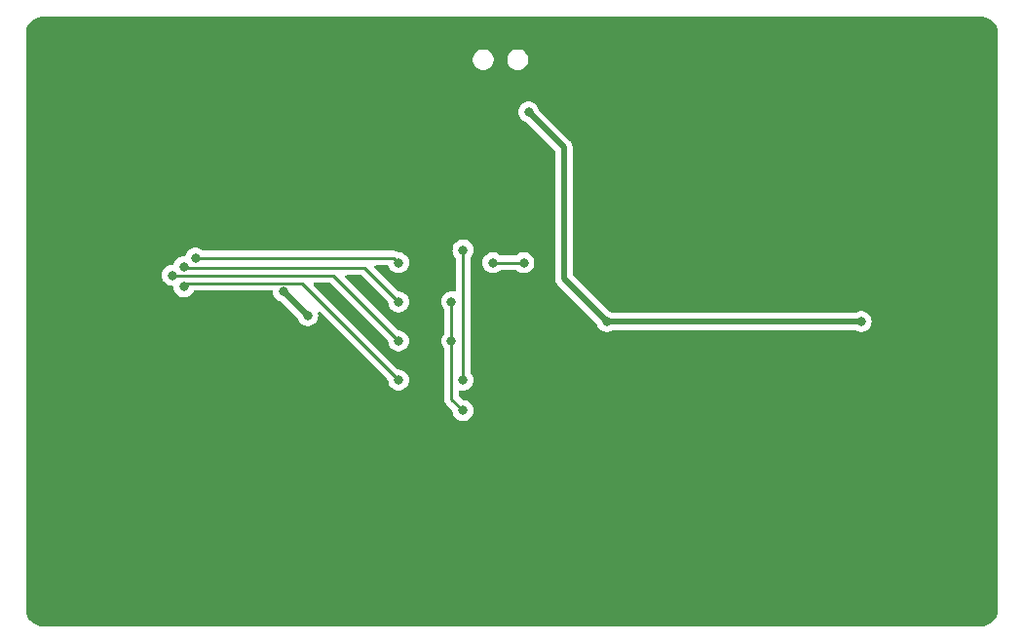
<source format=gbr>
%TF.GenerationSoftware,KiCad,Pcbnew,(6.0.11-0)*%
%TF.CreationDate,2024-05-30T12:09:28+08:00*%
%TF.ProjectId,tinyAVR-business-card,74696e79-4156-4522-9d62-7573696e6573,rev?*%
%TF.SameCoordinates,Original*%
%TF.FileFunction,Copper,L2,Bot*%
%TF.FilePolarity,Positive*%
%FSLAX46Y46*%
G04 Gerber Fmt 4.6, Leading zero omitted, Abs format (unit mm)*
G04 Created by KiCad (PCBNEW (6.0.11-0)) date 2024-05-30 12:09:28*
%MOMM*%
%LPD*%
G01*
G04 APERTURE LIST*
%TA.AperFunction,ViaPad*%
%ADD10C,0.800000*%
%TD*%
%TA.AperFunction,Conductor*%
%ADD11C,0.500000*%
%TD*%
%TA.AperFunction,Conductor*%
%ADD12C,0.250000*%
%TD*%
G04 APERTURE END LIST*
D10*
%TO.N,GND*%
X129000000Y-62000000D03*
X88000000Y-112000000D03*
X160000000Y-62000000D03*
X119000000Y-62000000D03*
X88000000Y-62000000D03*
X129000000Y-102000000D03*
X106300000Y-87000000D03*
X144000000Y-91000000D03*
X160000000Y-112000000D03*
X118000000Y-112000000D03*
X88000000Y-72000000D03*
X88000000Y-82000000D03*
X170000000Y-92000000D03*
X169000000Y-112000000D03*
X170000000Y-62000000D03*
X170000000Y-72000000D03*
X88000000Y-92000000D03*
X109000000Y-62000000D03*
X113200000Y-89200000D03*
X140000000Y-62000000D03*
X106250000Y-92000000D03*
X129000000Y-112000000D03*
X144000000Y-83000000D03*
X170000000Y-102000000D03*
X99000000Y-112000000D03*
X140000000Y-112000000D03*
X150000000Y-112000000D03*
X88000000Y-102000000D03*
X152000000Y-83000000D03*
X150000000Y-62000000D03*
X99000000Y-62000000D03*
X152000000Y-91000000D03*
X121500000Y-80000000D03*
X170000000Y-82000000D03*
X109000000Y-112000000D03*
%TO.N,VCC*%
X111000000Y-86500000D03*
X108900000Y-84400000D03*
%TO.N,Net-(D1-Pad1)*%
X123500000Y-88700000D03*
X124500000Y-94750000D03*
X123500000Y-85300000D03*
%TO.N,Net-(D1-Pad2)*%
X124500000Y-80800000D03*
X124500000Y-92100000D03*
%TO.N,PB7*%
X118900000Y-81900000D03*
X101250000Y-81500000D03*
%TO.N,PB6*%
X118900000Y-85300000D03*
X100250000Y-82250000D03*
%TO.N,PB5*%
X99250000Y-83000000D03*
X118900000Y-88700000D03*
%TO.N,PB4*%
X118900000Y-92100000D03*
X100250000Y-84000000D03*
%TO.N,Net-(BT1-PadP1)*%
X159100000Y-87000000D03*
X130200000Y-68800000D03*
X137000000Y-87000000D03*
%TO.N,Net-(D10-Pad2)*%
X127100000Y-81900000D03*
X129787500Y-81900000D03*
%TD*%
D11*
%TO.N,VCC*%
X111000000Y-86500000D02*
X108900000Y-84400000D01*
D12*
%TO.N,Net-(D1-Pad1)*%
X123500000Y-93750000D02*
X124500000Y-94750000D01*
X123500000Y-88700000D02*
X123500000Y-93750000D01*
X123500000Y-85300000D02*
X123500000Y-88700000D01*
%TO.N,Net-(D1-Pad2)*%
X124500000Y-80800000D02*
X124500000Y-92100000D01*
%TO.N,PB7*%
X118500000Y-81500000D02*
X118900000Y-81900000D01*
X101250000Y-81500000D02*
X118500000Y-81500000D01*
%TO.N,PB6*%
X115950000Y-82350000D02*
X100350000Y-82350000D01*
X100350000Y-82350000D02*
X100250000Y-82250000D01*
X118900000Y-85300000D02*
X115950000Y-82350000D01*
%TO.N,PB5*%
X113200000Y-83000000D02*
X99250000Y-83000000D01*
X118900000Y-88700000D02*
X113200000Y-83000000D01*
%TO.N,PB4*%
X100575000Y-83675000D02*
X100250000Y-84000000D01*
X110475000Y-83675000D02*
X100575000Y-83675000D01*
X118900000Y-92100000D02*
X110475000Y-83675000D01*
D11*
%TO.N,Net-(BT1-PadP1)*%
X137000000Y-87000000D02*
X133250000Y-83250000D01*
X130200000Y-68800000D02*
X133250000Y-71850000D01*
X137000000Y-87000000D02*
X159100000Y-87000000D01*
X133250000Y-83250000D02*
X133250000Y-71850000D01*
D12*
%TO.N,Net-(D10-Pad2)*%
X129787500Y-81900000D02*
X127100000Y-81900000D01*
%TD*%
%TA.AperFunction,Conductor*%
%TO.N,GND*%
G36*
X169470018Y-60510000D02*
G01*
X169484851Y-60512310D01*
X169484855Y-60512310D01*
X169493724Y-60513691D01*
X169508981Y-60511696D01*
X169534302Y-60510953D01*
X169703285Y-60523039D01*
X169721064Y-60525596D01*
X169911392Y-60566999D01*
X169928641Y-60572063D01*
X170111150Y-60640136D01*
X170127502Y-60647604D01*
X170298458Y-60740952D01*
X170313582Y-60750672D01*
X170469514Y-60867402D01*
X170483100Y-60879175D01*
X170620825Y-61016900D01*
X170632598Y-61030486D01*
X170749328Y-61186418D01*
X170759048Y-61201542D01*
X170852396Y-61372498D01*
X170859864Y-61388850D01*
X170927937Y-61571359D01*
X170933001Y-61588607D01*
X170974404Y-61778936D01*
X170976962Y-61796721D01*
X170988540Y-61958601D01*
X170987793Y-61976565D01*
X170987692Y-61984845D01*
X170986309Y-61993724D01*
X170987474Y-62002630D01*
X170990436Y-62025283D01*
X170991500Y-62041621D01*
X170991500Y-111950633D01*
X170990000Y-111970018D01*
X170987690Y-111984851D01*
X170987690Y-111984855D01*
X170986309Y-111993724D01*
X170988136Y-112007693D01*
X170988304Y-112008976D01*
X170989047Y-112034305D01*
X170976962Y-112203279D01*
X170974404Y-112221064D01*
X170956598Y-112302919D01*
X170933001Y-112411392D01*
X170927937Y-112428641D01*
X170859864Y-112611150D01*
X170852396Y-112627502D01*
X170759048Y-112798458D01*
X170749328Y-112813582D01*
X170632598Y-112969514D01*
X170620825Y-112983100D01*
X170483100Y-113120825D01*
X170469514Y-113132598D01*
X170313582Y-113249328D01*
X170298458Y-113259048D01*
X170127502Y-113352396D01*
X170111150Y-113359864D01*
X169928641Y-113427937D01*
X169911393Y-113433001D01*
X169721064Y-113474404D01*
X169703285Y-113476961D01*
X169541395Y-113488540D01*
X169523435Y-113487793D01*
X169515155Y-113487692D01*
X169506276Y-113486309D01*
X169474714Y-113490436D01*
X169458379Y-113491500D01*
X88049367Y-113491500D01*
X88029982Y-113490000D01*
X88015149Y-113487690D01*
X88015145Y-113487690D01*
X88006276Y-113486309D01*
X87991019Y-113488304D01*
X87965698Y-113489047D01*
X87796715Y-113476961D01*
X87778936Y-113474404D01*
X87588607Y-113433001D01*
X87571359Y-113427937D01*
X87388850Y-113359864D01*
X87372498Y-113352396D01*
X87201542Y-113259048D01*
X87186418Y-113249328D01*
X87030486Y-113132598D01*
X87016900Y-113120825D01*
X86879175Y-112983100D01*
X86867402Y-112969514D01*
X86750672Y-112813582D01*
X86740952Y-112798458D01*
X86647604Y-112627502D01*
X86640136Y-112611150D01*
X86572063Y-112428641D01*
X86566999Y-112411392D01*
X86543402Y-112302919D01*
X86525596Y-112221064D01*
X86523038Y-112203278D01*
X86511719Y-112045012D01*
X86512805Y-112022245D01*
X86512334Y-112022203D01*
X86512770Y-112017345D01*
X86513576Y-112012552D01*
X86513729Y-112000000D01*
X86509773Y-111972376D01*
X86508500Y-111954514D01*
X86508500Y-83000000D01*
X98336496Y-83000000D01*
X98356458Y-83189928D01*
X98415473Y-83371556D01*
X98418776Y-83377278D01*
X98418777Y-83377279D01*
X98439040Y-83412376D01*
X98510960Y-83536944D01*
X98515378Y-83541851D01*
X98515379Y-83541852D01*
X98615909Y-83653502D01*
X98638747Y-83678866D01*
X98793248Y-83791118D01*
X98799276Y-83793802D01*
X98799278Y-83793803D01*
X98922344Y-83848595D01*
X98967712Y-83868794D01*
X99061113Y-83888647D01*
X99148056Y-83907128D01*
X99148061Y-83907128D01*
X99154513Y-83908500D01*
X99213428Y-83908500D01*
X99281549Y-83928502D01*
X99328042Y-83982158D01*
X99338738Y-84021329D01*
X99356458Y-84189928D01*
X99415473Y-84371556D01*
X99510960Y-84536944D01*
X99515378Y-84541851D01*
X99515379Y-84541852D01*
X99558667Y-84589928D01*
X99638747Y-84678866D01*
X99793248Y-84791118D01*
X99799276Y-84793802D01*
X99799278Y-84793803D01*
X99961681Y-84866109D01*
X99967712Y-84868794D01*
X100061112Y-84888647D01*
X100148056Y-84907128D01*
X100148061Y-84907128D01*
X100154513Y-84908500D01*
X100345487Y-84908500D01*
X100351939Y-84907128D01*
X100351944Y-84907128D01*
X100438888Y-84888647D01*
X100532288Y-84868794D01*
X100538319Y-84866109D01*
X100700722Y-84793803D01*
X100700724Y-84793802D01*
X100706752Y-84791118D01*
X100861253Y-84678866D01*
X100941333Y-84589928D01*
X100984621Y-84541852D01*
X100984622Y-84541851D01*
X100989040Y-84536944D01*
X101084527Y-84371556D01*
X101087176Y-84373085D01*
X101124650Y-84329086D01*
X101193671Y-84308500D01*
X107863428Y-84308500D01*
X107931549Y-84328502D01*
X107978042Y-84382158D01*
X107988738Y-84421329D01*
X108006458Y-84589928D01*
X108065473Y-84771556D01*
X108160960Y-84936944D01*
X108288747Y-85078866D01*
X108443248Y-85191118D01*
X108449276Y-85193802D01*
X108449278Y-85193803D01*
X108572766Y-85248783D01*
X108617712Y-85268794D01*
X108624167Y-85270166D01*
X108624176Y-85270169D01*
X108680772Y-85282199D01*
X108743669Y-85316350D01*
X110079875Y-86652556D01*
X110110613Y-86702714D01*
X110165473Y-86871556D01*
X110260960Y-87036944D01*
X110388747Y-87178866D01*
X110543248Y-87291118D01*
X110549276Y-87293802D01*
X110549278Y-87293803D01*
X110709799Y-87365271D01*
X110717712Y-87368794D01*
X110811112Y-87388647D01*
X110898056Y-87407128D01*
X110898061Y-87407128D01*
X110904513Y-87408500D01*
X111095487Y-87408500D01*
X111101939Y-87407128D01*
X111101944Y-87407128D01*
X111188888Y-87388647D01*
X111282288Y-87368794D01*
X111290201Y-87365271D01*
X111450722Y-87293803D01*
X111450724Y-87293802D01*
X111456752Y-87291118D01*
X111611253Y-87178866D01*
X111739040Y-87036944D01*
X111834527Y-86871556D01*
X111893542Y-86689928D01*
X111913504Y-86500000D01*
X111893542Y-86310072D01*
X111895162Y-86309902D01*
X111899938Y-86247287D01*
X111942754Y-86190653D01*
X112009391Y-86166158D01*
X112078693Y-86181578D01*
X112106879Y-86202783D01*
X117952878Y-92048782D01*
X117986904Y-92111094D01*
X117989092Y-92124703D01*
X118006458Y-92289928D01*
X118065473Y-92471556D01*
X118160960Y-92636944D01*
X118288747Y-92778866D01*
X118443248Y-92891118D01*
X118449276Y-92893802D01*
X118449278Y-92893803D01*
X118611681Y-92966109D01*
X118617712Y-92968794D01*
X118711112Y-92988647D01*
X118798056Y-93007128D01*
X118798061Y-93007128D01*
X118804513Y-93008500D01*
X118995487Y-93008500D01*
X119001939Y-93007128D01*
X119001944Y-93007128D01*
X119088888Y-92988647D01*
X119182288Y-92968794D01*
X119188319Y-92966109D01*
X119350722Y-92893803D01*
X119350724Y-92893802D01*
X119356752Y-92891118D01*
X119511253Y-92778866D01*
X119639040Y-92636944D01*
X119734527Y-92471556D01*
X119793542Y-92289928D01*
X119813504Y-92100000D01*
X119793542Y-91910072D01*
X119734527Y-91728444D01*
X119639040Y-91563056D01*
X119511253Y-91421134D01*
X119356752Y-91308882D01*
X119350724Y-91306198D01*
X119350722Y-91306197D01*
X119188319Y-91233891D01*
X119188318Y-91233891D01*
X119182288Y-91231206D01*
X119088888Y-91211353D01*
X119001944Y-91192872D01*
X119001939Y-91192872D01*
X118995487Y-91191500D01*
X118939595Y-91191500D01*
X118871474Y-91171498D01*
X118850500Y-91154595D01*
X111544500Y-83848595D01*
X111510474Y-83786283D01*
X111515539Y-83715468D01*
X111558086Y-83658632D01*
X111624606Y-83633821D01*
X111633595Y-83633500D01*
X112885406Y-83633500D01*
X112953527Y-83653502D01*
X112974501Y-83670405D01*
X117952878Y-88648782D01*
X117986904Y-88711094D01*
X117989092Y-88724703D01*
X118006458Y-88889928D01*
X118065473Y-89071556D01*
X118160960Y-89236944D01*
X118288747Y-89378866D01*
X118443248Y-89491118D01*
X118449276Y-89493802D01*
X118449278Y-89493803D01*
X118611681Y-89566109D01*
X118617712Y-89568794D01*
X118711112Y-89588647D01*
X118798056Y-89607128D01*
X118798061Y-89607128D01*
X118804513Y-89608500D01*
X118995487Y-89608500D01*
X119001939Y-89607128D01*
X119001944Y-89607128D01*
X119088888Y-89588647D01*
X119182288Y-89568794D01*
X119188319Y-89566109D01*
X119350722Y-89493803D01*
X119350724Y-89493802D01*
X119356752Y-89491118D01*
X119511253Y-89378866D01*
X119639040Y-89236944D01*
X119734527Y-89071556D01*
X119793542Y-88889928D01*
X119813504Y-88700000D01*
X122586496Y-88700000D01*
X122606458Y-88889928D01*
X122665473Y-89071556D01*
X122760960Y-89236944D01*
X122834137Y-89318215D01*
X122864853Y-89382221D01*
X122866500Y-89402524D01*
X122866500Y-93671233D01*
X122865973Y-93682416D01*
X122864298Y-93689909D01*
X122864547Y-93697835D01*
X122864547Y-93697836D01*
X122866438Y-93757986D01*
X122866500Y-93761945D01*
X122866500Y-93789856D01*
X122866997Y-93793790D01*
X122866997Y-93793791D01*
X122867005Y-93793856D01*
X122867938Y-93805693D01*
X122869327Y-93849889D01*
X122874978Y-93869339D01*
X122878987Y-93888700D01*
X122881526Y-93908797D01*
X122884445Y-93916168D01*
X122884445Y-93916170D01*
X122897804Y-93949912D01*
X122901649Y-93961142D01*
X122913982Y-94003593D01*
X122918015Y-94010412D01*
X122918017Y-94010417D01*
X122924293Y-94021028D01*
X122932988Y-94038776D01*
X122940448Y-94057617D01*
X122945110Y-94064033D01*
X122945110Y-94064034D01*
X122966436Y-94093387D01*
X122972952Y-94103307D01*
X122995458Y-94141362D01*
X123009779Y-94155683D01*
X123022619Y-94170716D01*
X123034528Y-94187107D01*
X123040634Y-94192158D01*
X123068605Y-94215298D01*
X123077384Y-94223288D01*
X123552878Y-94698782D01*
X123586904Y-94761094D01*
X123589092Y-94774703D01*
X123606458Y-94939928D01*
X123665473Y-95121556D01*
X123760960Y-95286944D01*
X123888747Y-95428866D01*
X124043248Y-95541118D01*
X124049276Y-95543802D01*
X124049278Y-95543803D01*
X124211681Y-95616109D01*
X124217712Y-95618794D01*
X124311112Y-95638647D01*
X124398056Y-95657128D01*
X124398061Y-95657128D01*
X124404513Y-95658500D01*
X124595487Y-95658500D01*
X124601939Y-95657128D01*
X124601944Y-95657128D01*
X124688888Y-95638647D01*
X124782288Y-95618794D01*
X124788319Y-95616109D01*
X124950722Y-95543803D01*
X124950724Y-95543802D01*
X124956752Y-95541118D01*
X125111253Y-95428866D01*
X125239040Y-95286944D01*
X125334527Y-95121556D01*
X125393542Y-94939928D01*
X125413504Y-94750000D01*
X125393542Y-94560072D01*
X125334527Y-94378444D01*
X125239040Y-94213056D01*
X125220224Y-94192158D01*
X125115675Y-94076045D01*
X125115674Y-94076044D01*
X125111253Y-94071134D01*
X124956752Y-93958882D01*
X124950724Y-93956198D01*
X124950722Y-93956197D01*
X124788319Y-93883891D01*
X124788318Y-93883891D01*
X124782288Y-93881206D01*
X124670747Y-93857497D01*
X124601944Y-93842872D01*
X124601939Y-93842872D01*
X124595487Y-93841500D01*
X124539595Y-93841500D01*
X124471474Y-93821498D01*
X124450499Y-93804595D01*
X124170404Y-93524499D01*
X124136379Y-93462187D01*
X124133500Y-93435404D01*
X124133500Y-93106492D01*
X124153502Y-93038371D01*
X124207158Y-92991878D01*
X124277432Y-92981774D01*
X124285697Y-92983245D01*
X124398056Y-93007128D01*
X124398061Y-93007128D01*
X124404513Y-93008500D01*
X124595487Y-93008500D01*
X124601939Y-93007128D01*
X124601944Y-93007128D01*
X124688888Y-92988647D01*
X124782288Y-92968794D01*
X124788319Y-92966109D01*
X124950722Y-92893803D01*
X124950724Y-92893802D01*
X124956752Y-92891118D01*
X125111253Y-92778866D01*
X125239040Y-92636944D01*
X125334527Y-92471556D01*
X125393542Y-92289928D01*
X125413504Y-92100000D01*
X125393542Y-91910072D01*
X125334527Y-91728444D01*
X125239040Y-91563056D01*
X125165863Y-91481785D01*
X125135147Y-91417779D01*
X125133500Y-91397476D01*
X125133500Y-81900000D01*
X126186496Y-81900000D01*
X126206458Y-82089928D01*
X126265473Y-82271556D01*
X126360960Y-82436944D01*
X126488747Y-82578866D01*
X126643248Y-82691118D01*
X126649276Y-82693802D01*
X126649278Y-82693803D01*
X126811681Y-82766109D01*
X126817712Y-82768794D01*
X126911112Y-82788647D01*
X126998056Y-82807128D01*
X126998061Y-82807128D01*
X127004513Y-82808500D01*
X127195487Y-82808500D01*
X127201939Y-82807128D01*
X127201944Y-82807128D01*
X127288888Y-82788647D01*
X127382288Y-82768794D01*
X127388319Y-82766109D01*
X127550722Y-82693803D01*
X127550724Y-82693802D01*
X127556752Y-82691118D01*
X127634365Y-82634729D01*
X127689671Y-82594546D01*
X127711253Y-82578866D01*
X127715668Y-82573963D01*
X127720580Y-82569540D01*
X127721705Y-82570789D01*
X127775014Y-82537949D01*
X127808200Y-82533500D01*
X129079300Y-82533500D01*
X129147421Y-82553502D01*
X129166647Y-82569843D01*
X129166920Y-82569540D01*
X129171832Y-82573963D01*
X129176247Y-82578866D01*
X129197829Y-82594546D01*
X129253136Y-82634729D01*
X129330748Y-82691118D01*
X129336776Y-82693802D01*
X129336778Y-82693803D01*
X129499181Y-82766109D01*
X129505212Y-82768794D01*
X129598612Y-82788647D01*
X129685556Y-82807128D01*
X129685561Y-82807128D01*
X129692013Y-82808500D01*
X129882987Y-82808500D01*
X129889439Y-82807128D01*
X129889444Y-82807128D01*
X129976388Y-82788647D01*
X130069788Y-82768794D01*
X130075819Y-82766109D01*
X130238222Y-82693803D01*
X130238224Y-82693802D01*
X130244252Y-82691118D01*
X130398753Y-82578866D01*
X130526540Y-82436944D01*
X130622027Y-82271556D01*
X130681042Y-82089928D01*
X130701004Y-81900000D01*
X130681042Y-81710072D01*
X130622027Y-81528444D01*
X130526540Y-81363056D01*
X130507444Y-81341847D01*
X130403175Y-81226045D01*
X130403174Y-81226044D01*
X130398753Y-81221134D01*
X130244252Y-81108882D01*
X130238224Y-81106198D01*
X130238222Y-81106197D01*
X130075819Y-81033891D01*
X130075818Y-81033891D01*
X130069788Y-81031206D01*
X129976388Y-81011353D01*
X129889444Y-80992872D01*
X129889439Y-80992872D01*
X129882987Y-80991500D01*
X129692013Y-80991500D01*
X129685561Y-80992872D01*
X129685556Y-80992872D01*
X129598612Y-81011353D01*
X129505212Y-81031206D01*
X129499182Y-81033891D01*
X129499181Y-81033891D01*
X129336778Y-81106197D01*
X129336776Y-81106198D01*
X129330748Y-81108882D01*
X129325407Y-81112762D01*
X129325406Y-81112763D01*
X129244485Y-81171556D01*
X129176247Y-81221134D01*
X129171832Y-81226037D01*
X129166920Y-81230460D01*
X129165795Y-81229211D01*
X129112486Y-81262051D01*
X129079300Y-81266500D01*
X127808200Y-81266500D01*
X127740079Y-81246498D01*
X127720853Y-81230157D01*
X127720580Y-81230460D01*
X127715668Y-81226037D01*
X127711253Y-81221134D01*
X127643015Y-81171556D01*
X127562094Y-81112763D01*
X127562093Y-81112762D01*
X127556752Y-81108882D01*
X127550724Y-81106198D01*
X127550722Y-81106197D01*
X127388319Y-81033891D01*
X127388318Y-81033891D01*
X127382288Y-81031206D01*
X127288888Y-81011353D01*
X127201944Y-80992872D01*
X127201939Y-80992872D01*
X127195487Y-80991500D01*
X127004513Y-80991500D01*
X126998061Y-80992872D01*
X126998056Y-80992872D01*
X126911112Y-81011353D01*
X126817712Y-81031206D01*
X126811682Y-81033891D01*
X126811681Y-81033891D01*
X126649278Y-81106197D01*
X126649276Y-81106198D01*
X126643248Y-81108882D01*
X126488747Y-81221134D01*
X126484326Y-81226044D01*
X126484325Y-81226045D01*
X126380057Y-81341847D01*
X126360960Y-81363056D01*
X126265473Y-81528444D01*
X126206458Y-81710072D01*
X126186496Y-81900000D01*
X125133500Y-81900000D01*
X125133500Y-81502524D01*
X125153502Y-81434403D01*
X125165858Y-81418221D01*
X125239040Y-81336944D01*
X125334527Y-81171556D01*
X125393542Y-80989928D01*
X125395016Y-80975910D01*
X125412814Y-80806565D01*
X125413504Y-80800000D01*
X125403645Y-80706197D01*
X125394232Y-80616635D01*
X125394232Y-80616633D01*
X125393542Y-80610072D01*
X125334527Y-80428444D01*
X125239040Y-80263056D01*
X125111253Y-80121134D01*
X124956752Y-80008882D01*
X124950724Y-80006198D01*
X124950722Y-80006197D01*
X124788319Y-79933891D01*
X124788318Y-79933891D01*
X124782288Y-79931206D01*
X124688887Y-79911353D01*
X124601944Y-79892872D01*
X124601939Y-79892872D01*
X124595487Y-79891500D01*
X124404513Y-79891500D01*
X124398061Y-79892872D01*
X124398056Y-79892872D01*
X124311113Y-79911353D01*
X124217712Y-79931206D01*
X124211682Y-79933891D01*
X124211681Y-79933891D01*
X124049278Y-80006197D01*
X124049276Y-80006198D01*
X124043248Y-80008882D01*
X123888747Y-80121134D01*
X123760960Y-80263056D01*
X123665473Y-80428444D01*
X123606458Y-80610072D01*
X123605768Y-80616633D01*
X123605768Y-80616635D01*
X123596355Y-80706197D01*
X123586496Y-80800000D01*
X123587186Y-80806565D01*
X123604985Y-80975910D01*
X123606458Y-80989928D01*
X123665473Y-81171556D01*
X123760960Y-81336944D01*
X123834137Y-81418215D01*
X123864853Y-81482221D01*
X123866500Y-81502524D01*
X123866500Y-84293508D01*
X123846498Y-84361629D01*
X123792842Y-84408122D01*
X123722568Y-84418226D01*
X123714303Y-84416755D01*
X123601944Y-84392872D01*
X123601939Y-84392872D01*
X123595487Y-84391500D01*
X123404513Y-84391500D01*
X123398061Y-84392872D01*
X123398056Y-84392872D01*
X123326313Y-84408122D01*
X123217712Y-84431206D01*
X123211682Y-84433891D01*
X123211681Y-84433891D01*
X123049278Y-84506197D01*
X123049276Y-84506198D01*
X123043248Y-84508882D01*
X122888747Y-84621134D01*
X122760960Y-84763056D01*
X122665473Y-84928444D01*
X122606458Y-85110072D01*
X122586496Y-85300000D01*
X122606458Y-85489928D01*
X122665473Y-85671556D01*
X122760960Y-85836944D01*
X122834137Y-85918215D01*
X122864853Y-85982221D01*
X122866500Y-86002524D01*
X122866500Y-87997476D01*
X122846498Y-88065597D01*
X122834142Y-88081779D01*
X122760960Y-88163056D01*
X122665473Y-88328444D01*
X122606458Y-88510072D01*
X122586496Y-88700000D01*
X119813504Y-88700000D01*
X119793542Y-88510072D01*
X119734527Y-88328444D01*
X119639040Y-88163056D01*
X119511253Y-88021134D01*
X119356752Y-87908882D01*
X119350724Y-87906198D01*
X119350722Y-87906197D01*
X119188319Y-87833891D01*
X119188318Y-87833891D01*
X119182288Y-87831206D01*
X119088888Y-87811353D01*
X119001944Y-87792872D01*
X119001939Y-87792872D01*
X118995487Y-87791500D01*
X118939595Y-87791500D01*
X118871474Y-87771498D01*
X118850500Y-87754595D01*
X114294500Y-83198595D01*
X114260474Y-83136283D01*
X114265539Y-83065468D01*
X114308086Y-83008632D01*
X114374606Y-82983821D01*
X114383595Y-82983500D01*
X115635406Y-82983500D01*
X115703527Y-83003502D01*
X115724501Y-83020405D01*
X117952878Y-85248783D01*
X117986904Y-85311095D01*
X117989093Y-85324706D01*
X118006458Y-85489928D01*
X118065473Y-85671556D01*
X118160960Y-85836944D01*
X118288747Y-85978866D01*
X118443248Y-86091118D01*
X118449276Y-86093802D01*
X118449278Y-86093803D01*
X118539318Y-86133891D01*
X118617712Y-86168794D01*
X118711112Y-86188647D01*
X118798056Y-86207128D01*
X118798061Y-86207128D01*
X118804513Y-86208500D01*
X118995487Y-86208500D01*
X119001939Y-86207128D01*
X119001944Y-86207128D01*
X119088888Y-86188647D01*
X119182288Y-86168794D01*
X119260682Y-86133891D01*
X119350722Y-86093803D01*
X119350724Y-86093802D01*
X119356752Y-86091118D01*
X119511253Y-85978866D01*
X119639040Y-85836944D01*
X119734527Y-85671556D01*
X119793542Y-85489928D01*
X119813504Y-85300000D01*
X119793542Y-85110072D01*
X119734527Y-84928444D01*
X119639040Y-84763056D01*
X119511253Y-84621134D01*
X119356752Y-84508882D01*
X119350724Y-84506198D01*
X119350722Y-84506197D01*
X119188319Y-84433891D01*
X119188318Y-84433891D01*
X119182288Y-84431206D01*
X119073687Y-84408122D01*
X119001944Y-84392872D01*
X119001939Y-84392872D01*
X118995487Y-84391500D01*
X118939594Y-84391500D01*
X118871473Y-84371498D01*
X118850499Y-84354595D01*
X116844500Y-82348595D01*
X116810474Y-82286283D01*
X116815539Y-82215467D01*
X116858086Y-82158632D01*
X116924606Y-82133821D01*
X116933595Y-82133500D01*
X117929072Y-82133500D01*
X117997193Y-82153502D01*
X118043686Y-82207158D01*
X118048905Y-82220565D01*
X118065473Y-82271556D01*
X118160960Y-82436944D01*
X118288747Y-82578866D01*
X118443248Y-82691118D01*
X118449276Y-82693802D01*
X118449278Y-82693803D01*
X118611681Y-82766109D01*
X118617712Y-82768794D01*
X118711112Y-82788647D01*
X118798056Y-82807128D01*
X118798061Y-82807128D01*
X118804513Y-82808500D01*
X118995487Y-82808500D01*
X119001939Y-82807128D01*
X119001944Y-82807128D01*
X119088888Y-82788647D01*
X119182288Y-82768794D01*
X119188319Y-82766109D01*
X119350722Y-82693803D01*
X119350724Y-82693802D01*
X119356752Y-82691118D01*
X119511253Y-82578866D01*
X119639040Y-82436944D01*
X119734527Y-82271556D01*
X119793542Y-82089928D01*
X119813504Y-81900000D01*
X119793542Y-81710072D01*
X119734527Y-81528444D01*
X119639040Y-81363056D01*
X119619944Y-81341847D01*
X119515675Y-81226045D01*
X119515674Y-81226044D01*
X119511253Y-81221134D01*
X119356752Y-81108882D01*
X119350724Y-81106198D01*
X119350722Y-81106197D01*
X119188319Y-81033891D01*
X119188318Y-81033891D01*
X119182288Y-81031206D01*
X119088888Y-81011353D01*
X119001944Y-80992872D01*
X119001939Y-80992872D01*
X118995487Y-80991500D01*
X118922382Y-80991500D01*
X118861673Y-80975910D01*
X118857561Y-80973649D01*
X118841047Y-80962801D01*
X118835048Y-80958148D01*
X118825041Y-80950386D01*
X118817772Y-80947241D01*
X118817768Y-80947238D01*
X118784463Y-80932826D01*
X118773813Y-80927609D01*
X118735060Y-80906305D01*
X118715437Y-80901267D01*
X118696734Y-80894863D01*
X118685420Y-80889967D01*
X118685419Y-80889967D01*
X118678145Y-80886819D01*
X118670322Y-80885580D01*
X118670312Y-80885577D01*
X118634476Y-80879901D01*
X118622856Y-80877495D01*
X118587711Y-80868472D01*
X118587710Y-80868472D01*
X118580030Y-80866500D01*
X118559776Y-80866500D01*
X118540065Y-80864949D01*
X118527886Y-80863020D01*
X118520057Y-80861780D01*
X118512165Y-80862526D01*
X118476039Y-80865941D01*
X118464181Y-80866500D01*
X101958200Y-80866500D01*
X101890079Y-80846498D01*
X101870853Y-80830157D01*
X101870580Y-80830460D01*
X101865668Y-80826037D01*
X101861253Y-80821134D01*
X101706752Y-80708882D01*
X101700724Y-80706198D01*
X101700722Y-80706197D01*
X101538319Y-80633891D01*
X101538318Y-80633891D01*
X101532288Y-80631206D01*
X101432861Y-80610072D01*
X101351944Y-80592872D01*
X101351939Y-80592872D01*
X101345487Y-80591500D01*
X101154513Y-80591500D01*
X101148061Y-80592872D01*
X101148056Y-80592872D01*
X101067139Y-80610072D01*
X100967712Y-80631206D01*
X100961682Y-80633891D01*
X100961681Y-80633891D01*
X100799278Y-80706197D01*
X100799276Y-80706198D01*
X100793248Y-80708882D01*
X100638747Y-80821134D01*
X100634326Y-80826044D01*
X100634325Y-80826045D01*
X100525203Y-80947238D01*
X100510960Y-80963056D01*
X100415473Y-81128444D01*
X100386618Y-81217251D01*
X100374535Y-81254437D01*
X100334461Y-81313042D01*
X100269064Y-81340679D01*
X100254702Y-81341500D01*
X100154513Y-81341500D01*
X100148061Y-81342872D01*
X100148056Y-81342872D01*
X100061113Y-81361353D01*
X99967712Y-81381206D01*
X99961682Y-81383891D01*
X99961681Y-81383891D01*
X99799278Y-81456197D01*
X99799276Y-81456198D01*
X99793248Y-81458882D01*
X99638747Y-81571134D01*
X99634326Y-81576044D01*
X99634325Y-81576045D01*
X99519300Y-81703794D01*
X99510960Y-81713056D01*
X99415473Y-81878444D01*
X99413432Y-81884726D01*
X99374535Y-82004437D01*
X99334461Y-82063042D01*
X99269064Y-82090679D01*
X99254702Y-82091500D01*
X99154513Y-82091500D01*
X99148061Y-82092872D01*
X99148056Y-82092872D01*
X99061112Y-82111353D01*
X98967712Y-82131206D01*
X98961682Y-82133891D01*
X98961681Y-82133891D01*
X98799278Y-82206197D01*
X98799276Y-82206198D01*
X98793248Y-82208882D01*
X98787907Y-82212762D01*
X98787906Y-82212763D01*
X98777168Y-82220565D01*
X98638747Y-82321134D01*
X98510960Y-82463056D01*
X98415473Y-82628444D01*
X98356458Y-82810072D01*
X98336496Y-83000000D01*
X86508500Y-83000000D01*
X86508500Y-68800000D01*
X129286496Y-68800000D01*
X129306458Y-68989928D01*
X129365473Y-69171556D01*
X129460960Y-69336944D01*
X129588747Y-69478866D01*
X129743248Y-69591118D01*
X129749276Y-69593802D01*
X129749278Y-69593803D01*
X129911681Y-69666109D01*
X129917712Y-69668794D01*
X129924167Y-69670166D01*
X129924176Y-69670169D01*
X129980772Y-69682199D01*
X130043669Y-69716350D01*
X132454595Y-72127276D01*
X132488621Y-72189588D01*
X132491500Y-72216371D01*
X132491500Y-83182930D01*
X132490067Y-83201880D01*
X132486801Y-83223349D01*
X132487394Y-83230641D01*
X132487394Y-83230644D01*
X132491085Y-83276018D01*
X132491500Y-83286233D01*
X132491500Y-83294293D01*
X132491925Y-83297937D01*
X132494789Y-83322507D01*
X132495222Y-83326882D01*
X132498345Y-83365271D01*
X132501140Y-83399637D01*
X132503396Y-83406601D01*
X132504587Y-83412560D01*
X132505971Y-83418415D01*
X132506818Y-83425681D01*
X132531735Y-83494327D01*
X132533152Y-83498455D01*
X132555649Y-83567899D01*
X132559445Y-83574154D01*
X132561951Y-83579628D01*
X132564670Y-83585058D01*
X132567167Y-83591937D01*
X132571180Y-83598057D01*
X132571180Y-83598058D01*
X132607186Y-83652976D01*
X132609523Y-83656680D01*
X132647405Y-83719107D01*
X132651121Y-83723315D01*
X132651122Y-83723316D01*
X132654803Y-83727484D01*
X132654776Y-83727508D01*
X132657429Y-83730500D01*
X132660132Y-83733733D01*
X132664144Y-83739852D01*
X132669456Y-83744884D01*
X132720383Y-83793128D01*
X132722825Y-83795506D01*
X136079875Y-87152556D01*
X136110613Y-87202714D01*
X136165473Y-87371556D01*
X136168776Y-87377278D01*
X136168777Y-87377279D01*
X136186803Y-87408500D01*
X136260960Y-87536944D01*
X136388747Y-87678866D01*
X136487843Y-87750864D01*
X136537904Y-87787235D01*
X136543248Y-87791118D01*
X136549276Y-87793802D01*
X136549278Y-87793803D01*
X136639318Y-87833891D01*
X136717712Y-87868794D01*
X136811113Y-87888647D01*
X136898056Y-87907128D01*
X136898061Y-87907128D01*
X136904513Y-87908500D01*
X137095487Y-87908500D01*
X137101939Y-87907128D01*
X137101944Y-87907128D01*
X137188887Y-87888647D01*
X137282288Y-87868794D01*
X137360682Y-87833891D01*
X137450722Y-87793803D01*
X137450724Y-87793802D01*
X137456752Y-87791118D01*
X137462091Y-87787239D01*
X137462098Y-87787235D01*
X137468528Y-87782563D01*
X137542587Y-87758500D01*
X158557413Y-87758500D01*
X158631472Y-87782563D01*
X158637902Y-87787235D01*
X158637909Y-87787239D01*
X158643248Y-87791118D01*
X158649276Y-87793802D01*
X158649278Y-87793803D01*
X158739318Y-87833891D01*
X158817712Y-87868794D01*
X158911113Y-87888647D01*
X158998056Y-87907128D01*
X158998061Y-87907128D01*
X159004513Y-87908500D01*
X159195487Y-87908500D01*
X159201939Y-87907128D01*
X159201944Y-87907128D01*
X159288887Y-87888647D01*
X159382288Y-87868794D01*
X159460682Y-87833891D01*
X159550722Y-87793803D01*
X159550724Y-87793802D01*
X159556752Y-87791118D01*
X159562097Y-87787235D01*
X159612157Y-87750864D01*
X159711253Y-87678866D01*
X159839040Y-87536944D01*
X159913197Y-87408500D01*
X159931223Y-87377279D01*
X159931224Y-87377278D01*
X159934527Y-87371556D01*
X159993542Y-87189928D01*
X160013504Y-87000000D01*
X159993542Y-86810072D01*
X159934527Y-86628444D01*
X159839040Y-86463056D01*
X159711253Y-86321134D01*
X159568527Y-86217437D01*
X159562094Y-86212763D01*
X159562093Y-86212762D01*
X159556752Y-86208882D01*
X159550724Y-86206198D01*
X159550722Y-86206197D01*
X159388319Y-86133891D01*
X159388318Y-86133891D01*
X159382288Y-86131206D01*
X159288888Y-86111353D01*
X159201944Y-86092872D01*
X159201939Y-86092872D01*
X159195487Y-86091500D01*
X159004513Y-86091500D01*
X158998061Y-86092872D01*
X158998056Y-86092872D01*
X158911112Y-86111353D01*
X158817712Y-86131206D01*
X158811682Y-86133891D01*
X158811681Y-86133891D01*
X158649278Y-86206197D01*
X158649276Y-86206198D01*
X158643248Y-86208882D01*
X158637909Y-86212761D01*
X158637902Y-86212765D01*
X158631472Y-86217437D01*
X158557413Y-86241500D01*
X137542587Y-86241500D01*
X137468528Y-86217437D01*
X137462098Y-86212765D01*
X137462091Y-86212761D01*
X137456752Y-86208882D01*
X137450724Y-86206198D01*
X137450722Y-86206197D01*
X137288319Y-86133891D01*
X137288318Y-86133891D01*
X137282288Y-86131206D01*
X137275833Y-86129834D01*
X137275824Y-86129831D01*
X137219228Y-86117801D01*
X137156331Y-86083650D01*
X134045405Y-82972724D01*
X134011379Y-82910412D01*
X134008500Y-82883629D01*
X134008500Y-71917063D01*
X134009933Y-71898114D01*
X134012097Y-71883886D01*
X134013198Y-71876651D01*
X134008915Y-71823990D01*
X134008500Y-71813777D01*
X134008500Y-71805707D01*
X134008078Y-71802087D01*
X134008077Y-71802069D01*
X134005208Y-71777461D01*
X134004775Y-71773086D01*
X133999454Y-71707661D01*
X133999453Y-71707658D01*
X133998860Y-71700363D01*
X133996604Y-71693399D01*
X133995413Y-71687440D01*
X133994029Y-71681585D01*
X133993182Y-71674319D01*
X133968265Y-71605673D01*
X133966848Y-71601545D01*
X133946607Y-71539064D01*
X133946606Y-71539062D01*
X133944351Y-71532101D01*
X133940555Y-71525846D01*
X133938049Y-71520372D01*
X133935330Y-71514942D01*
X133932833Y-71508063D01*
X133892809Y-71447016D01*
X133890472Y-71443312D01*
X133855509Y-71385693D01*
X133855505Y-71385688D01*
X133852595Y-71380892D01*
X133845197Y-71372516D01*
X133845223Y-71372493D01*
X133842574Y-71369503D01*
X133839866Y-71366264D01*
X133835856Y-71360148D01*
X133830549Y-71355121D01*
X133830546Y-71355117D01*
X133779617Y-71306872D01*
X133777175Y-71304494D01*
X131120125Y-68647444D01*
X131089387Y-68597285D01*
X131036569Y-68434729D01*
X131034527Y-68428444D01*
X130939040Y-68263056D01*
X130811253Y-68121134D01*
X130656752Y-68008882D01*
X130650724Y-68006198D01*
X130650722Y-68006197D01*
X130488319Y-67933891D01*
X130488318Y-67933891D01*
X130482288Y-67931206D01*
X130388888Y-67911353D01*
X130301944Y-67892872D01*
X130301939Y-67892872D01*
X130295487Y-67891500D01*
X130104513Y-67891500D01*
X130098061Y-67892872D01*
X130098056Y-67892872D01*
X130011112Y-67911353D01*
X129917712Y-67931206D01*
X129911682Y-67933891D01*
X129911681Y-67933891D01*
X129749278Y-68006197D01*
X129749276Y-68006198D01*
X129743248Y-68008882D01*
X129588747Y-68121134D01*
X129460960Y-68263056D01*
X129365473Y-68428444D01*
X129306458Y-68610072D01*
X129286496Y-68800000D01*
X86508500Y-68800000D01*
X86508500Y-64345487D01*
X125341500Y-64345487D01*
X125381206Y-64532288D01*
X125458882Y-64706752D01*
X125571134Y-64861253D01*
X125713056Y-64989040D01*
X125878444Y-65084527D01*
X126060072Y-65143542D01*
X126066633Y-65144232D01*
X126066635Y-65144232D01*
X126119889Y-65149829D01*
X126202390Y-65158500D01*
X126297610Y-65158500D01*
X126380111Y-65149829D01*
X126433365Y-65144232D01*
X126433367Y-65144232D01*
X126439928Y-65143542D01*
X126621556Y-65084527D01*
X126786944Y-64989040D01*
X126928866Y-64861253D01*
X127041118Y-64706752D01*
X127118794Y-64532288D01*
X127158500Y-64345487D01*
X128341500Y-64345487D01*
X128381206Y-64532288D01*
X128458882Y-64706752D01*
X128571134Y-64861253D01*
X128713056Y-64989040D01*
X128878444Y-65084527D01*
X129060072Y-65143542D01*
X129066633Y-65144232D01*
X129066635Y-65144232D01*
X129119889Y-65149829D01*
X129202390Y-65158500D01*
X129297610Y-65158500D01*
X129380111Y-65149829D01*
X129433365Y-65144232D01*
X129433367Y-65144232D01*
X129439928Y-65143542D01*
X129621556Y-65084527D01*
X129786944Y-64989040D01*
X129928866Y-64861253D01*
X130041118Y-64706752D01*
X130118794Y-64532288D01*
X130158500Y-64345487D01*
X130158500Y-64154513D01*
X130118794Y-63967712D01*
X130041118Y-63793248D01*
X129928866Y-63638747D01*
X129786944Y-63510960D01*
X129621556Y-63415473D01*
X129439928Y-63356458D01*
X129433367Y-63355768D01*
X129433365Y-63355768D01*
X129380111Y-63350171D01*
X129297610Y-63341500D01*
X129202390Y-63341500D01*
X129119889Y-63350171D01*
X129066635Y-63355768D01*
X129066633Y-63355768D01*
X129060072Y-63356458D01*
X128878444Y-63415473D01*
X128713056Y-63510960D01*
X128571134Y-63638747D01*
X128458882Y-63793248D01*
X128381206Y-63967712D01*
X128341500Y-64154513D01*
X128341500Y-64345487D01*
X127158500Y-64345487D01*
X127158500Y-64154513D01*
X127118794Y-63967712D01*
X127041118Y-63793248D01*
X126928866Y-63638747D01*
X126786944Y-63510960D01*
X126621556Y-63415473D01*
X126439928Y-63356458D01*
X126433367Y-63355768D01*
X126433365Y-63355768D01*
X126380111Y-63350171D01*
X126297610Y-63341500D01*
X126202390Y-63341500D01*
X126119889Y-63350171D01*
X126066635Y-63355768D01*
X126066633Y-63355768D01*
X126060072Y-63356458D01*
X125878444Y-63415473D01*
X125713056Y-63510960D01*
X125571134Y-63638747D01*
X125458882Y-63793248D01*
X125381206Y-63967712D01*
X125341500Y-64154513D01*
X125341500Y-64345487D01*
X86508500Y-64345487D01*
X86508500Y-62053250D01*
X86510246Y-62032345D01*
X86512770Y-62017344D01*
X86512770Y-62017341D01*
X86513576Y-62012552D01*
X86513729Y-62000000D01*
X86513040Y-61995186D01*
X86513039Y-61995176D01*
X86512157Y-61989017D01*
X86511206Y-61962172D01*
X86523038Y-61796723D01*
X86525596Y-61778934D01*
X86566999Y-61588607D01*
X86572063Y-61571359D01*
X86640136Y-61388850D01*
X86647604Y-61372498D01*
X86740952Y-61201542D01*
X86750672Y-61186418D01*
X86867402Y-61030486D01*
X86879175Y-61016900D01*
X87016900Y-60879175D01*
X87030486Y-60867402D01*
X87186418Y-60750672D01*
X87201542Y-60740952D01*
X87372498Y-60647604D01*
X87388850Y-60640136D01*
X87571359Y-60572063D01*
X87588608Y-60566999D01*
X87778936Y-60525596D01*
X87796715Y-60523039D01*
X87958605Y-60511460D01*
X87976565Y-60512207D01*
X87984845Y-60512308D01*
X87993724Y-60513691D01*
X88025286Y-60509564D01*
X88041621Y-60508500D01*
X169450633Y-60508500D01*
X169470018Y-60510000D01*
G37*
%TD.AperFunction*%
%TD*%
M02*

</source>
